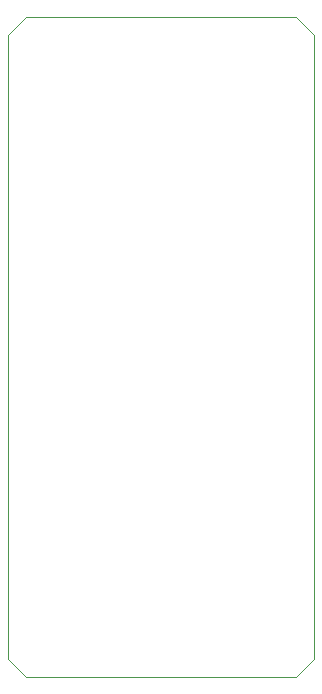
<source format=gm1>
G04 #@! TF.GenerationSoftware,KiCad,Pcbnew,(6.0.10)*
G04 #@! TF.CreationDate,2023-06-12T15:34:31-04:00*
G04 #@! TF.ProjectId,esp32_dev_board,65737033-325f-4646-9576-5f626f617264,rev?*
G04 #@! TF.SameCoordinates,Original*
G04 #@! TF.FileFunction,Profile,NP*
%FSLAX46Y46*%
G04 Gerber Fmt 4.6, Leading zero omitted, Abs format (unit mm)*
G04 Created by KiCad (PCBNEW (6.0.10)) date 2023-06-12 15:34:31*
%MOMM*%
%LPD*%
G01*
G04 APERTURE LIST*
G04 #@! TA.AperFunction,Profile*
%ADD10C,0.100000*%
G04 #@! TD*
G04 APERTURE END LIST*
D10*
X157470000Y-88907000D02*
X180350000Y-88925000D01*
X180350000Y-88925000D02*
X181850000Y-90425000D01*
X181836000Y-143271000D02*
X180350000Y-144789000D01*
X181850000Y-90425000D02*
X181836000Y-143271000D01*
X180350000Y-144789000D02*
X157486000Y-144773000D01*
X157470000Y-88907000D02*
X155984000Y-90425000D01*
X155968000Y-143287000D02*
X157486000Y-144773000D01*
X155968000Y-143287000D02*
X155984000Y-90425000D01*
M02*

</source>
